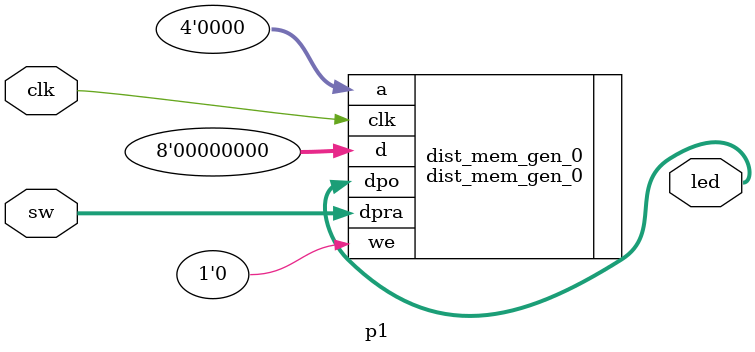
<source format=v>
`timescale 1ns / 1ps

module p1(
input [3:0]sw,input clk,
output [7:0]led
    );
dist_mem_gen_0 dist_mem_gen_0(.a(4'b0),.d(8'b0),.we(1'b0),.clk(clk),.dpra(sw),.dpo(led));
endmodule

</source>
